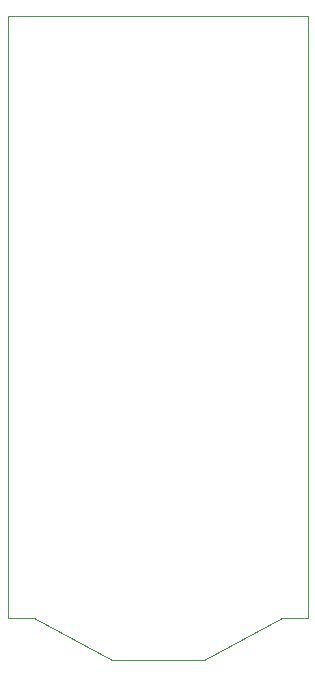
<source format=gm1>
%TF.GenerationSoftware,KiCad,Pcbnew,(5.1.10)-1*%
%TF.CreationDate,2021-05-16T15:19:34-05:00*%
%TF.ProjectId,rpi-pico-debugger-shoe,7270692d-7069-4636-9f2d-646562756767,v01*%
%TF.SameCoordinates,Original*%
%TF.FileFunction,Profile,NP*%
%FSLAX46Y46*%
G04 Gerber Fmt 4.6, Leading zero omitted, Abs format (unit mm)*
G04 Created by KiCad (PCBNEW (5.1.10)-1) date 2021-05-16 15:19:34*
%MOMM*%
%LPD*%
G01*
G04 APERTURE LIST*
%TA.AperFunction,Profile*%
%ADD10C,0.050000*%
%TD*%
G04 APERTURE END LIST*
D10*
X150200000Y-127000000D02*
X148000000Y-127000000D01*
X150200000Y-76000000D02*
X150200000Y-127000000D01*
X148000000Y-76000000D02*
X150200000Y-76000000D01*
X124800000Y-127000000D02*
X127000000Y-127000000D01*
X124800000Y-76000000D02*
X124800000Y-127000000D01*
X127000000Y-76000000D02*
X124800000Y-76000000D01*
X141400000Y-130500000D02*
X148000000Y-127000000D01*
X133600000Y-130500000D02*
X127000000Y-127000000D01*
X133600000Y-130500000D02*
X141400000Y-130500000D01*
X127000000Y-76000000D02*
X148000000Y-76000000D01*
M02*

</source>
